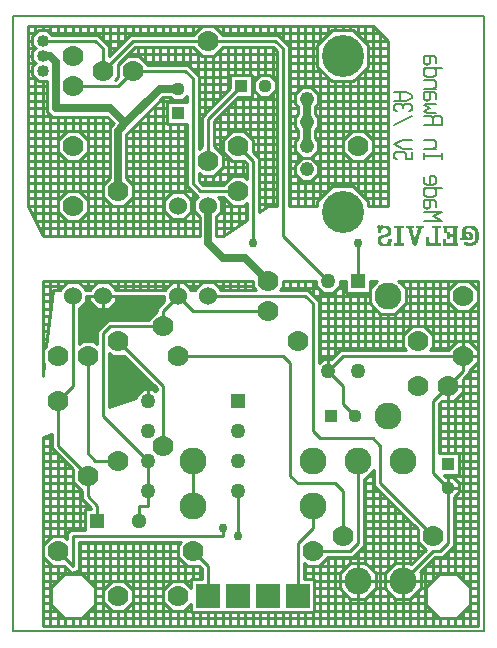
<source format=gbr>
G04 PROTEUS GERBER X2 FILE*
%TF.GenerationSoftware,Labcenter,Proteus,8.5-SP0-Build22067*%
%TF.CreationDate,2019-11-03T13:44:13+00:00*%
%TF.FileFunction,Copper,L16,Bot*%
%TF.FilePolarity,Positive*%
%TF.Part,Single*%
%FSLAX45Y45*%
%MOMM*%
G01*
%TA.AperFunction,Conductor*%
%ADD10C,0.254000*%
%ADD11C,0.635000*%
%TA.AperFunction,ViaPad*%
%ADD12C,0.762000*%
%TA.AperFunction,ComponentPad*%
%ADD13R,2.032000X2.032000*%
%TA.AperFunction,WasherPad*%
%ADD14R,1.280000X1.280000*%
%TA.AperFunction,ComponentPad*%
%ADD15C,1.280000*%
%TA.AperFunction,WasherPad*%
%ADD16C,1.219200*%
%ADD17C,3.556000*%
%TA.AperFunction,ComponentPad*%
%ADD18C,1.778000*%
%ADD19C,2.286000*%
%TA.AperFunction,WasherPad*%
%ADD70R,1.120000X1.120000*%
%TA.AperFunction,ComponentPad*%
%ADD71C,1.120000*%
%ADD21R,1.270000X1.270000*%
%ADD22C,1.270000*%
%ADD23C,1.016000*%
%ADD24C,1.524000*%
%TA.AperFunction,Profile*%
%ADD25C,0.203200*%
%TA.AperFunction,NonConductor*%
%ADD26C,0.203200*%
%ADD27C,0.063500*%
G36*
X-622299Y+211541D02*
X-685799Y+148041D01*
X-685799Y+126999D01*
X-687605Y+126999D01*
X-761999Y+52605D01*
X-761999Y+50799D01*
X-1100541Y+50799D01*
X-1193799Y-42459D01*
X-1193799Y-150597D01*
X-1217395Y-127001D01*
X-1322605Y-127001D01*
X-1346201Y-150597D01*
X-1346201Y+143156D01*
X-1282701Y+206656D01*
X-1282701Y+254000D01*
X-1257299Y+254000D01*
X-1257299Y+206656D01*
X-1190344Y+139701D01*
X-1095656Y+139701D01*
X-1028701Y+206656D01*
X-1028701Y+254000D01*
X-622299Y+254000D01*
X-622299Y+211541D01*
G37*
G36*
X-1068605Y-253999D02*
X-963395Y-253999D01*
X-962118Y-252722D01*
X-685799Y-529041D01*
X-685799Y-544285D01*
X-702918Y-550399D01*
X-719916Y-533401D01*
X-804084Y-533401D01*
X-863599Y-592916D01*
X-863599Y-607785D01*
X-1092201Y-689429D01*
X-1092201Y-230403D01*
X-1068605Y-253999D01*
G37*
D10*
X+1016000Y-1143000D02*
X+1016000Y-1841500D01*
X+952500Y-1905000D01*
X+635000Y-1905000D01*
X-1270000Y-1270000D02*
X-1524000Y-1016000D01*
X-1524000Y-635000D01*
X-1397000Y-508000D01*
X-1397000Y+254000D01*
X-1191000Y-1651000D02*
X-1191000Y-1524000D01*
X-1270000Y-1445000D01*
X-1270000Y-1270000D01*
X-381000Y-1524000D02*
X-381000Y-1143000D01*
X+635000Y-1524000D02*
X+635000Y-1714500D01*
X+508000Y-1841500D01*
X+508000Y-2286000D01*
X-254000Y-2286000D02*
X-254000Y-2032000D01*
X-381000Y-1905000D01*
X-1270000Y-254000D02*
X-1270000Y-1079500D01*
X-1206500Y-1143000D01*
X-1016000Y-1143000D01*
X-1016000Y-127000D02*
X-635000Y-508000D01*
X-635000Y-1016000D01*
X+0Y-1778000D02*
X+0Y-1397000D01*
X+1651000Y-1778000D02*
X+1206500Y-1333500D01*
X+1206500Y-1016000D01*
X+1143000Y-952500D01*
X+698500Y-952500D01*
X+635000Y-889000D01*
X+635000Y+190500D01*
X+571500Y+254000D01*
X-254000Y+254000D01*
X-127000Y-1778000D02*
X-127000Y-1714500D01*
X-508000Y-1778000D02*
X-1397000Y-1778000D01*
X-1397000Y-2032000D01*
X-1524000Y-1905000D01*
X-127000Y-1778000D02*
X-508000Y-1778000D01*
X+889000Y-1778000D02*
X+889000Y-1397000D01*
X+825500Y-1333500D01*
X+508000Y-1333500D01*
X+444500Y-1270000D01*
X+444500Y-317500D01*
X+381000Y-254000D01*
X-508000Y-254000D01*
X+1016000Y+698500D02*
X+1016000Y+381000D01*
X+127000Y+698500D02*
X+127000Y+1397000D01*
X+0Y+1524000D01*
X-254000Y+2413000D02*
X+317500Y+2413000D01*
X+381000Y+2349500D01*
X+381000Y+762000D01*
X+762000Y+381000D01*
X-1143000Y+2159000D02*
X-889000Y+2413000D01*
X-254000Y+2413000D01*
X-1143000Y+2159000D02*
X-1143000Y+2349500D01*
X-1206500Y+2413000D01*
X-1651000Y+2413000D01*
X+27000Y+2032000D02*
X-254000Y+1751000D01*
X-254000Y+1397000D01*
X-889000Y+2159000D02*
X-444500Y+2159000D01*
X-381000Y+2095500D01*
X-381000Y+1206500D01*
X-317500Y+1143000D01*
X+0Y+1143000D01*
X-889000Y+2159000D02*
X-1016000Y+2032000D01*
X-1397000Y+2032000D01*
D11*
X-952500Y+1714500D02*
X-1079500Y+1841500D01*
X-1543050Y+1841500D01*
X-1543050Y+2235200D01*
X-1593850Y+2286000D01*
X-1651000Y+2286000D01*
X-254000Y+1016000D02*
X-254000Y+698500D01*
X-127000Y+571500D01*
X+63500Y+571500D01*
X+254000Y+381000D01*
X-508000Y+2005000D02*
X-662000Y+2005000D01*
X-952500Y+1714500D01*
X-1016000Y+1143000D02*
X-1016000Y+1651000D01*
X-952500Y+1714500D01*
X+581660Y+1924000D02*
X+581660Y+1724000D01*
X+581660Y+1723999D01*
X+581660Y+1524000D01*
D10*
X+1397000Y-2159000D02*
X+1651000Y-1905000D01*
X+1714500Y-1905000D01*
X+1778000Y-1841500D01*
X+1778000Y-1370000D01*
X-635000Y+0D02*
X-1079500Y+0D01*
X-1143000Y-63500D01*
X-1143000Y-762000D01*
X-762000Y-1143000D01*
X+1905000Y-254000D02*
X+889001Y-254000D01*
X+762000Y-381000D01*
X+762001Y-381000D01*
X+889000Y-507999D01*
X+889000Y-662000D01*
X+989000Y-762000D01*
X-762000Y-1397000D02*
X-762000Y-1524000D01*
X-841000Y-1524000D01*
X-841000Y-1651000D01*
X-635000Y+0D02*
X-635000Y+127000D01*
X-508000Y+254000D01*
X+1778000Y-1370000D02*
X+1651000Y-1243000D01*
X+1651000Y-635000D01*
X+1778000Y-508000D01*
X+254000Y+127000D02*
X-381000Y+127000D01*
X-508000Y+254000D01*
X-762000Y-1397000D02*
X-762000Y-1143000D01*
X+1905000Y-254000D02*
X+1905000Y-381000D01*
X+1778000Y-508000D01*
D12*
X+0Y-1778000D03*
X-127000Y-1714500D03*
X+1016000Y+698500D03*
X+127000Y+698500D03*
D10*
X-622299Y+211541D02*
X-685799Y+148041D01*
X-685799Y+126999D01*
X-687605Y+126999D01*
X-761999Y+52605D01*
X-761999Y+50799D01*
X-1100541Y+50799D01*
X-1193799Y-42459D01*
X-1193799Y-150597D01*
X-1217395Y-127001D01*
X-1322605Y-127001D01*
X-1346201Y-150597D01*
X-1346201Y+143156D01*
X-1282701Y+206656D01*
X-1282701Y+254000D01*
X-1257299Y+254000D01*
X-1257299Y+206656D01*
X-1190344Y+139701D01*
X-1095656Y+139701D01*
X-1028701Y+206656D01*
X-1028701Y+254000D01*
X-622299Y+254000D01*
X-622299Y+211541D01*
X-1068605Y-253999D02*
X-963395Y-253999D01*
X-962118Y-252722D01*
X-685799Y-529041D01*
X-685799Y-544285D01*
X-702918Y-550399D01*
X-719916Y-533401D01*
X-804084Y-533401D01*
X-863599Y-592916D01*
X-863599Y-607785D01*
X-1092201Y-689429D01*
X-1092201Y-230403D01*
X-1068605Y-253999D01*
X-762000Y-533401D02*
X-762000Y-635000D01*
X-1028701Y+254000D02*
X-1143000Y+254000D01*
X-1257299Y+254000D02*
X-1143000Y+254000D01*
X-1143000Y+139701D02*
X-1143000Y+254000D01*
X-1651000Y-428987D02*
X-1651000Y-428987D01*
X-1651000Y-365487D02*
X-1643944Y-365487D01*
X-1651000Y-301987D02*
X-1650999Y-301987D01*
X-1651000Y-238487D02*
X-1650999Y-238487D01*
X-1651000Y-174987D02*
X-1624591Y-174987D01*
X-1651000Y-111487D02*
X-1615722Y-111487D01*
X-1651000Y-47987D02*
X-1608666Y-47987D01*
X-1651000Y+15513D02*
X-1601611Y+15513D01*
X-1651000Y+79013D02*
X-1594555Y+79013D01*
X-1651000Y+142513D02*
X-1587499Y+142513D01*
X-1651000Y+206013D02*
X-1580444Y+206013D01*
X-1651000Y+269513D02*
X-1573388Y+269513D01*
X-1651000Y+333013D02*
X-1479630Y+333013D01*
X-1314370Y+333013D02*
X-1225630Y+333013D01*
X-1060370Y+333013D02*
X-590630Y+333013D01*
X-425370Y+333013D02*
X-336630Y+333013D01*
X-171370Y+333013D02*
X+127001Y+333013D01*
X-1651000Y+381000D02*
X+127001Y+381000D01*
X-1651000Y-428987D02*
X-1651000Y+381000D01*
X-1587500Y+142512D02*
X-1587500Y+381000D01*
X-1524000Y+304800D02*
X-1524000Y+381000D01*
X-1460500Y+352143D02*
X-1460500Y+381000D01*
X-1397000Y+368299D02*
X-1397000Y+381000D01*
X-1333500Y+352143D02*
X-1333500Y+381000D01*
X-1270000Y+304800D02*
X-1270000Y+381000D01*
X-1206500Y+352143D02*
X-1206500Y+381000D01*
X-1143000Y+368299D02*
X-1143000Y+381000D01*
X-1079500Y+352143D02*
X-1079500Y+381000D01*
X-1016000Y+304800D02*
X-1016000Y+381000D01*
X-952500Y+304800D02*
X-952500Y+381000D01*
X-889000Y+304800D02*
X-889000Y+381000D01*
X-825500Y+304800D02*
X-825500Y+381000D01*
X-762000Y+304800D02*
X-762000Y+381000D01*
X-698500Y+304800D02*
X-698500Y+381000D01*
X-635000Y+304800D02*
X-635000Y+381000D01*
X-571500Y+352143D02*
X-571500Y+381000D01*
X-508000Y+368299D02*
X-508000Y+381000D01*
X-444500Y+352143D02*
X-444500Y+381000D01*
X-381000Y+304800D02*
X-381000Y+381000D01*
X-317500Y+352143D02*
X-317500Y+381000D01*
X-254000Y+368299D02*
X-254000Y+381000D01*
X-190500Y+352143D02*
X-190500Y+381000D01*
X-127000Y+304800D02*
X-127000Y+381000D01*
X-63500Y+304799D02*
X-63500Y+381000D01*
X+0Y+304799D02*
X+0Y+381000D01*
X+63500Y+304799D02*
X+63500Y+381000D01*
X+127000Y+304799D02*
X+127000Y+381000D01*
X+150597Y+304799D02*
X+150597Y+304799D01*
X+127001Y+328395D02*
X+150597Y+304799D01*
X-95604Y+304799D01*
X-95604Y+304800D01*
X-143157Y+304800D01*
X-206656Y+368299D01*
X-301344Y+368299D01*
X-364843Y+304800D01*
X-397157Y+304800D01*
X-460656Y+368299D01*
X-555344Y+368299D01*
X-618843Y+304800D01*
X-1032157Y+304800D01*
X-1095656Y+368299D01*
X-1190344Y+368299D01*
X-1253843Y+304800D01*
X-1286157Y+304800D01*
X-1349656Y+368299D01*
X-1444344Y+368299D01*
X-1507843Y+304800D01*
X-1569468Y+304800D01*
X-1622551Y-172947D01*
X-1650999Y-201395D01*
X-1650999Y-306605D01*
X-1638762Y-318842D01*
X-1651000Y-428987D01*
X-1651000Y+381000D01*
X+127001Y+381000D01*
X+127001Y+328395D01*
X-1651000Y-2540000D02*
X+2032000Y-2540000D01*
X-1651000Y-2476500D02*
X+2032000Y-2476500D01*
X-1651000Y-2413000D02*
X-1536012Y-2413000D01*
X-1257988Y-2413000D02*
X-393699Y-2413000D01*
X+647699Y-2413000D02*
X+1638988Y-2413000D01*
X+1917012Y-2413000D02*
X+2032000Y-2413000D01*
X-1651000Y-2349500D02*
X-1585099Y-2349500D01*
X-1208901Y-2349500D02*
X-1132104Y-2349500D01*
X-899896Y-2349500D02*
X-624104Y-2349500D01*
X+647699Y-2349500D02*
X+1589901Y-2349500D01*
X+1966099Y-2349500D02*
X+2032000Y-2349500D01*
X-1651000Y-2286000D02*
X-1585099Y-2286000D01*
X-1208901Y-2286000D02*
X-1142999Y-2286000D01*
X-889001Y-2286000D02*
X-634999Y-2286000D01*
X+647699Y-2286000D02*
X+927475Y-2286000D01*
X+1104525Y-2286000D02*
X+1308475Y-2286000D01*
X+1485525Y-2286000D02*
X+1589901Y-2286000D01*
X+1966099Y-2286000D02*
X+2032000Y-2286000D01*
X-1651000Y-2222500D02*
X-1585099Y-2222500D01*
X-1208901Y-2222500D02*
X-1132104Y-2222500D01*
X-899896Y-2222500D02*
X-624104Y-2222500D01*
X+647699Y-2222500D02*
X+863975Y-2222500D01*
X+1168025Y-2222500D02*
X+1244975Y-2222500D01*
X+1549025Y-2222500D02*
X+1589901Y-2222500D01*
X+1966099Y-2222500D02*
X+2032000Y-2222500D01*
X-1651000Y-2159000D02*
X-1536012Y-2159000D01*
X-1257988Y-2159000D02*
X-393699Y-2159000D01*
X+647699Y-2159000D02*
X+863601Y-2159000D01*
X+1168399Y-2159000D02*
X+1244601Y-2159000D01*
X+1549399Y-2159000D02*
X+1638988Y-2159000D01*
X+1917012Y-2159000D02*
X+2032000Y-2159000D01*
X-1651000Y-2095500D02*
X-304799Y-2095500D01*
X+558799Y-2095500D02*
X+863975Y-2095500D01*
X+1168025Y-2095500D02*
X+1244975Y-2095500D01*
X+1549024Y-2095500D02*
X+2032000Y-2095500D01*
X-1651000Y-2032000D02*
X-1468840Y-2032000D01*
X-1346201Y-2032000D02*
X-325840Y-2032000D01*
X+558799Y-2032000D02*
X+927475Y-2032000D01*
X+1104525Y-2032000D02*
X+1308475Y-2032000D01*
X+1595840Y-2032000D02*
X+2032000Y-2032000D01*
X-1651000Y-1968500D02*
X-1640104Y-1968500D01*
X-1346201Y-1968500D02*
X-497104Y-1968500D01*
X+751104Y-1968500D02*
X+1515660Y-1968500D01*
X+1659340Y-1968500D02*
X+2032000Y-1968500D01*
X-1651000Y-1905000D02*
X-1650999Y-1905000D01*
X-1346201Y-1905000D02*
X-507999Y-1905000D01*
X+1024340Y-1905000D02*
X+1579160Y-1905000D01*
X+1786340Y-1905000D02*
X+2032000Y-1905000D01*
X-1651000Y-1841500D02*
X-1640104Y-1841500D01*
X-1346201Y-1841500D02*
X-497104Y-1841500D01*
X+1066799Y-1841500D02*
X+1534896Y-1841500D01*
X+1828799Y-1841500D02*
X+2032000Y-1841500D01*
X-1651000Y-1778000D02*
X-1447799Y-1778000D01*
X+1066799Y-1778000D02*
X+1524001Y-1778000D01*
X+1828799Y-1778000D02*
X+2032000Y-1778000D01*
X-1651000Y-1714500D02*
X-1293099Y-1714500D01*
X+1066799Y-1714500D02*
X+1515660Y-1714500D01*
X+1828799Y-1714500D02*
X+2032000Y-1714500D01*
X-1651000Y-1651000D02*
X-1293099Y-1651000D01*
X+1066799Y-1651000D02*
X+1452160Y-1651000D01*
X+1828799Y-1651000D02*
X+2032000Y-1651000D01*
X-1651000Y-1587500D02*
X-1293099Y-1587500D01*
X+1066799Y-1587500D02*
X+1388660Y-1587500D01*
X+1828799Y-1587500D02*
X+2032000Y-1587500D01*
X-1651000Y-1524000D02*
X-1262840Y-1524000D01*
X+1066799Y-1524000D02*
X+1325160Y-1524000D01*
X+1828799Y-1524000D02*
X+2032000Y-1524000D01*
X-1651000Y-1460500D02*
X-1320799Y-1460500D01*
X+1066799Y-1460500D02*
X+1261660Y-1460500D01*
X+1828799Y-1460500D02*
X+2032000Y-1460500D01*
X-1651000Y-1397000D02*
X-1320799Y-1397000D01*
X+1066799Y-1397000D02*
X+1198160Y-1397000D01*
X+1872099Y-1397000D02*
X+2032000Y-1397000D01*
X-1651000Y-1333500D02*
X-1386104Y-1333500D01*
X+1066799Y-1333500D02*
X+1155701Y-1333500D01*
X+1872099Y-1333500D02*
X+2032000Y-1333500D01*
X-1651000Y-1270000D02*
X-1396999Y-1270000D01*
X+1104525Y-1270000D02*
X+1155701Y-1270000D01*
X+1749840Y-1270000D02*
X+2032000Y-1270000D01*
X-1651000Y-1206500D02*
X-1405340Y-1206500D01*
X+1872099Y-1206500D02*
X+2032000Y-1206500D01*
X-1651000Y-1143000D02*
X-1468840Y-1143000D01*
X+1872099Y-1143000D02*
X+2032000Y-1143000D01*
X-1651000Y-1079500D02*
X-1532340Y-1079500D01*
X+1872099Y-1079500D02*
X+2032000Y-1079500D01*
X-1651000Y-1016000D02*
X-1574799Y-1016000D01*
X+1701799Y-1016000D02*
X+2032000Y-1016000D01*
X-1651000Y-952500D02*
X-1574799Y-952500D01*
X+1701799Y-952500D02*
X+2032000Y-952500D01*
X+1701799Y-889000D02*
X+2032000Y-889000D01*
X+1701799Y-825500D02*
X+2032000Y-825500D01*
X+1701799Y-762000D02*
X+2032000Y-762000D01*
X+1701799Y-698500D02*
X+2032000Y-698500D01*
X+1722840Y-635000D02*
X+2032000Y-635000D01*
X+1894104Y-571500D02*
X+2032000Y-571500D01*
X+1904999Y-508000D02*
X+2032000Y-508000D01*
X+1913340Y-444500D02*
X+2032000Y-444500D01*
X+1955799Y-381000D02*
X+2032000Y-381000D01*
X+2021104Y-317500D02*
X+2032000Y-317500D01*
X+685799Y-254000D02*
X+817160Y-254000D01*
X+2031999Y-254000D02*
X+2032000Y-254000D01*
X+685799Y-190500D02*
X+1407896Y-190500D01*
X+1640104Y-190500D02*
X+1788896Y-190500D01*
X+2021104Y-190500D02*
X+2032000Y-190500D01*
X+685799Y-127000D02*
X+1397001Y-127000D01*
X+1650999Y-127000D02*
X+2032000Y-127000D01*
X+685799Y-63500D02*
X+1407896Y-63500D01*
X+1640104Y-63500D02*
X+2032000Y-63500D01*
X+685799Y+0D02*
X+2032000Y+0D01*
X+685799Y+63500D02*
X+2032000Y+63500D01*
X+685799Y+127000D02*
X+1181475Y+127000D01*
X+1358525Y+127000D02*
X+2032000Y+127000D01*
X+685799Y+190500D02*
X+1117975Y+190500D01*
X+1422025Y+190500D02*
X+1788896Y+190500D01*
X+2021104Y+190500D02*
X+2032000Y+190500D01*
X+643340Y+254000D02*
X+1117601Y+254000D01*
X+1422399Y+254000D02*
X+1778001Y+254000D01*
X+2031999Y+254000D02*
X+2032000Y+254000D01*
X+370104Y+317500D02*
X+681817Y+317500D01*
X+842183Y+317500D02*
X+914401Y+317500D01*
X+1117599Y+317500D02*
X+1117975Y+317500D01*
X+1422025Y+317500D02*
X+1788896Y+317500D01*
X+2021104Y+317500D02*
X+2032000Y+317500D01*
X+380999Y+381000D02*
X+660401Y+381000D01*
X+863599Y+381000D02*
X+914401Y+381000D01*
X+1117599Y+381000D02*
X+1181475Y+381000D01*
X+1358525Y+381000D02*
X+2032000Y+381000D01*
X-1651000Y-2540000D02*
X-1651000Y-942942D01*
X-1587500Y-2540000D02*
X-1587500Y-2021104D01*
X-1587500Y-1788896D02*
X-1587500Y-920263D01*
X-1524000Y-2540000D02*
X-1524000Y-2425012D01*
X-1524000Y-2146988D02*
X-1524000Y-2031999D01*
X-1524000Y-1778001D02*
X-1524000Y-1087840D01*
X-1460500Y-2540000D02*
X-1460500Y-2474099D01*
X-1460500Y-2097901D02*
X-1460500Y-2040340D01*
X-1460500Y-1788896D02*
X-1460500Y-1151340D01*
X-1397000Y-2540000D02*
X-1397000Y-2474099D01*
X-1397000Y-2097901D02*
X-1397000Y-2086984D01*
X-1397000Y-1727201D02*
X-1397000Y-1214840D01*
X-1333500Y-2540000D02*
X-1333500Y-2474099D01*
X-1333500Y-2097901D02*
X-1333500Y-1828799D01*
X-1333500Y-1727201D02*
X-1333500Y-1386104D01*
X-1270000Y-2540000D02*
X-1270000Y-2425012D01*
X-1270000Y-2146988D02*
X-1270000Y-1828799D01*
X-1270000Y-1548901D02*
X-1270000Y-1516840D01*
X-1206500Y-2540000D02*
X-1206500Y-1828799D01*
X-1143000Y-2540000D02*
X-1143000Y-1828799D01*
X-1079500Y-2540000D02*
X-1079500Y-2402104D01*
X-1079500Y-2169896D02*
X-1079500Y-1828799D01*
X-1016000Y-2540000D02*
X-1016000Y-2412999D01*
X-1016000Y-2159001D02*
X-1016000Y-1828799D01*
X-952500Y-2540000D02*
X-952500Y-2402104D01*
X-952500Y-2169896D02*
X-952500Y-1828799D01*
X-889000Y-2540000D02*
X-889000Y-1828799D01*
X-825500Y-2540000D02*
X-825500Y-1828799D01*
X-762000Y-2540000D02*
X-762000Y-1828799D01*
X-698500Y-2540000D02*
X-698500Y-1828799D01*
X-635000Y-2540000D02*
X-635000Y-1828799D01*
X-571500Y-2540000D02*
X-571500Y-2402104D01*
X-571500Y-2169896D02*
X-571500Y-1828799D01*
X-508000Y-2540000D02*
X-508000Y-2412999D01*
X-508000Y-2159001D02*
X-508000Y-1828799D01*
X-444500Y-2540000D02*
X-444500Y-2402104D01*
X-444500Y-2169896D02*
X-444500Y-2021104D01*
X-381000Y-2540000D02*
X-381000Y-2425699D01*
X-381000Y-2146301D02*
X-381000Y-2031999D01*
X-317500Y-2540000D02*
X-317500Y-2425699D01*
X-317500Y-2146301D02*
X-317500Y-2040340D01*
X-254000Y-2540000D02*
X-254000Y-2425699D01*
X-190500Y-2540000D02*
X-190500Y-2425699D01*
X-127000Y-2540000D02*
X-127000Y-2425699D01*
X-63500Y-2540000D02*
X-63500Y-2425699D01*
X+0Y-2540000D02*
X+0Y-2425699D01*
X+63500Y-2540000D02*
X+63500Y-2425699D01*
X+127000Y-2540000D02*
X+127000Y-2425699D01*
X+190500Y-2540000D02*
X+190500Y-2425699D01*
X+254000Y-2540000D02*
X+254000Y-2425699D01*
X+317500Y-2540000D02*
X+317500Y-2425699D01*
X+381000Y-2540000D02*
X+381000Y-2425699D01*
X+381000Y+304799D02*
X+381000Y+381000D01*
X+444500Y-2540000D02*
X+444500Y-2425699D01*
X+444500Y+304799D02*
X+444500Y+381000D01*
X+508000Y-2540000D02*
X+508000Y-2425699D01*
X+508000Y+304799D02*
X+508000Y+381000D01*
X+571500Y-2540000D02*
X+571500Y-2425699D01*
X+571500Y-2146301D02*
X+571500Y-2021104D01*
X+571500Y+304799D02*
X+571500Y+381000D01*
X+635000Y-2540000D02*
X+635000Y-2425699D01*
X+635000Y-2146301D02*
X+635000Y-2031999D01*
X+635000Y+262340D02*
X+635000Y+381000D01*
X+698500Y-2540000D02*
X+698500Y-2021104D01*
X+698500Y-300817D02*
X+698500Y+300817D01*
X+762000Y-2540000D02*
X+762000Y-1955799D01*
X+762000Y-279401D02*
X+762000Y+279401D01*
X+825500Y-2540000D02*
X+825500Y-1955799D01*
X+825500Y-245660D02*
X+825500Y+300817D01*
X+889000Y-2540000D02*
X+889000Y-2247525D01*
X+889000Y-2070475D02*
X+889000Y-1955799D01*
X+889000Y-203201D02*
X+889000Y+381000D01*
X+952500Y-2540000D02*
X+952500Y-2311025D01*
X+952500Y-2006975D02*
X+952500Y-1955799D01*
X+952500Y-203201D02*
X+952500Y+279401D01*
X+1016000Y-2540000D02*
X+1016000Y-2311399D01*
X+1016000Y-2006601D02*
X+1016000Y-1913340D01*
X+1016000Y-203201D02*
X+1016000Y+279401D01*
X+1079500Y-2540000D02*
X+1079500Y-2311025D01*
X+1079500Y-2006975D02*
X+1079500Y-1295025D01*
X+1079500Y-203201D02*
X+1079500Y+279401D01*
X+1143000Y-2540000D02*
X+1143000Y-2247525D01*
X+1143000Y-2070475D02*
X+1143000Y-1231525D01*
X+1143000Y-203201D02*
X+1143000Y+165475D01*
X+1143000Y+342525D02*
X+1143000Y+381000D01*
X+1206500Y-2540000D02*
X+1206500Y-1405340D01*
X+1206500Y-203201D02*
X+1206500Y+101975D01*
X+1270000Y-2540000D02*
X+1270000Y-2247525D01*
X+1270000Y-2070475D02*
X+1270000Y-1468840D01*
X+1270000Y-203201D02*
X+1270000Y+101601D01*
X+1333500Y-2540000D02*
X+1333500Y-2311025D01*
X+1333500Y-2006975D02*
X+1333500Y-1532340D01*
X+1333500Y-203201D02*
X+1333500Y+101975D01*
X+1397000Y-2540000D02*
X+1397000Y-2311399D01*
X+1397000Y-2006601D02*
X+1397000Y-1595840D01*
X+1397000Y-203201D02*
X+1397000Y+165475D01*
X+1397000Y+342525D02*
X+1397000Y+381000D01*
X+1460500Y-2540000D02*
X+1460500Y-2311025D01*
X+1460500Y-2006975D02*
X+1460500Y-1659340D01*
X+1460500Y-10896D02*
X+1460500Y+381000D01*
X+1524000Y-2540000D02*
X+1524000Y-2247525D01*
X+1524000Y-1960160D02*
X+1524000Y-1722840D01*
X+1524000Y-1D02*
X+1524000Y+381000D01*
X+1587500Y-2540000D02*
X+1587500Y-2040340D01*
X+1587500Y-1896660D02*
X+1587500Y-1894104D01*
X+1587500Y-10896D02*
X+1587500Y+381000D01*
X+1651000Y-2540000D02*
X+1651000Y-2425012D01*
X+1651000Y-2146988D02*
X+1651000Y-1976840D01*
X+1651000Y-203201D02*
X+1651000Y+381000D01*
X+1714500Y-2540000D02*
X+1714500Y-2474099D01*
X+1714500Y-2097901D02*
X+1714500Y-1955799D01*
X+1714500Y-1075901D02*
X+1714500Y-643340D01*
X+1714500Y-203201D02*
X+1714500Y+381000D01*
X+1778000Y-2540000D02*
X+1778000Y-2474099D01*
X+1778000Y-2097901D02*
X+1778000Y-1913340D01*
X+1778000Y-1275901D02*
X+1778000Y-1264099D01*
X+1778000Y-1075901D02*
X+1778000Y-634999D01*
X+1778000Y-203201D02*
X+1778000Y+381000D01*
X+1841500Y-2540000D02*
X+1841500Y-2474099D01*
X+1841500Y-2097901D02*
X+1841500Y-1439576D01*
X+1841500Y-1300424D02*
X+1841500Y-1264099D01*
X+1841500Y-1075901D02*
X+1841500Y-624104D01*
X+1841500Y-137896D02*
X+1841500Y+137896D01*
X+1841500Y+370104D02*
X+1841500Y+381000D01*
X+1905000Y-2540000D02*
X+1905000Y-2425012D01*
X+1905000Y-2146988D02*
X+1905000Y-452840D01*
X+1905000Y-127001D02*
X+1905000Y+127001D01*
X+1905000Y+380999D02*
X+1905000Y+381000D01*
X+1968500Y-2540000D02*
X+1968500Y-370104D01*
X+1968500Y-137896D02*
X+1968500Y+137896D01*
X+1968500Y+370104D02*
X+1968500Y+381000D01*
X+2032000Y-2540000D02*
X+2032000Y+381000D01*
X+2032000Y-2540000D02*
X-1651000Y-2540000D01*
X-1651000Y-942942D01*
X-1574799Y-915728D01*
X-1574799Y-1037041D01*
X-1395722Y-1216118D01*
X-1396999Y-1217395D01*
X-1396999Y-1322605D01*
X-1322605Y-1396999D01*
X-1320799Y-1396999D01*
X-1320799Y-1466041D01*
X-1241799Y-1545041D01*
X-1241799Y-1548901D01*
X-1293099Y-1548901D01*
X-1293099Y-1727201D01*
X-1418041Y-1727201D01*
X-1447799Y-1756959D01*
X-1447799Y-1801597D01*
X-1471395Y-1778001D01*
X-1576605Y-1778001D01*
X-1650999Y-1852395D01*
X-1650999Y-1957605D01*
X-1576605Y-2031999D01*
X-1471395Y-2031999D01*
X-1470118Y-2030722D01*
X-1408919Y-2091921D01*
X-1346201Y-2065943D01*
X-1346201Y-1828799D01*
X-484403Y-1828799D01*
X-507999Y-1852395D01*
X-507999Y-1957605D01*
X-433605Y-2031999D01*
X-328395Y-2031999D01*
X-327118Y-2030722D01*
X-304799Y-2053041D01*
X-304799Y-2146301D01*
X-393699Y-2146301D01*
X-393699Y-2220697D01*
X-455395Y-2159001D01*
X-560605Y-2159001D01*
X-634999Y-2233395D01*
X-634999Y-2338605D01*
X-560605Y-2412999D01*
X-455395Y-2412999D01*
X-393699Y-2351303D01*
X-393699Y-2425699D01*
X+647699Y-2425699D01*
X+647699Y-2146301D01*
X+558799Y-2146301D01*
X+558799Y-2008403D01*
X+582395Y-2031999D01*
X+687605Y-2031999D01*
X+761999Y-1957605D01*
X+761999Y-1955799D01*
X+973541Y-1955799D01*
X+1066799Y-1862541D01*
X+1066799Y-1295399D01*
X+1079126Y-1295399D01*
X+1155701Y-1218824D01*
X+1155701Y-1354541D01*
X+1525278Y-1724118D01*
X+1524001Y-1725395D01*
X+1524001Y-1830605D01*
X+1588778Y-1895382D01*
X+1468842Y-2015318D01*
X+1460126Y-2006601D01*
X+1333874Y-2006601D01*
X+1244601Y-2095874D01*
X+1244601Y-2222126D01*
X+1333874Y-2311399D01*
X+1460126Y-2311399D01*
X+1549399Y-2222126D01*
X+1549399Y-2095874D01*
X+1540682Y-2087158D01*
X+1672041Y-1955799D01*
X+1735541Y-1955799D01*
X+1828799Y-1862541D01*
X+1828799Y-1452277D01*
X+1872099Y-1408977D01*
X+1872099Y-1331023D01*
X+1816977Y-1275901D01*
X+1755741Y-1275901D01*
X+1743939Y-1264099D01*
X+1872099Y-1264099D01*
X+1872099Y-1075901D01*
X+1701799Y-1075901D01*
X+1701799Y-656041D01*
X+1724118Y-633722D01*
X+1725395Y-634999D01*
X+1830605Y-634999D01*
X+1904999Y-560605D01*
X+1904999Y-455395D01*
X+1903722Y-454118D01*
X+1955799Y-402041D01*
X+1955799Y-380999D01*
X+1957605Y-380999D01*
X+2031999Y-306605D01*
X+2031999Y-201395D01*
X+1957605Y-127001D01*
X+1852395Y-127001D01*
X+1778001Y-201395D01*
X+1778001Y-203201D01*
X+1627403Y-203201D01*
X+1650999Y-179605D01*
X+1650999Y-74395D01*
X+1576605Y-1D01*
X+1471395Y-1D01*
X+1397001Y-74395D01*
X+1397001Y-179605D01*
X+1420597Y-203201D01*
X+867960Y-203201D01*
X+791759Y-279401D01*
X+719916Y-279401D01*
X+685799Y-313518D01*
X+685799Y+211541D01*
X+592541Y+304799D01*
X+357403Y+304799D01*
X+380999Y+328395D01*
X+380999Y+381000D01*
X+660401Y+381000D01*
X+660401Y+338916D01*
X+719916Y+279401D01*
X+804084Y+279401D01*
X+863599Y+338916D01*
X+863599Y+381000D01*
X+914401Y+381000D01*
X+914401Y+279401D01*
X+1117599Y+279401D01*
X+1117599Y+381000D01*
X+1181475Y+381000D01*
X+1117601Y+317126D01*
X+1117601Y+190874D01*
X+1206874Y+101601D01*
X+1333126Y+101601D01*
X+1422399Y+190874D01*
X+1422399Y+317126D01*
X+1358525Y+381000D01*
X+2032000Y+381000D01*
X+2032000Y-2540000D01*
X+1589901Y-2363913D02*
X+1589901Y-2208087D01*
X+1700087Y-2097901D01*
X+1855913Y-2097901D01*
X+1966099Y-2208087D01*
X+1966099Y-2363913D01*
X+1855913Y-2474099D01*
X+1700087Y-2474099D01*
X+1589901Y-2363913D01*
X-1585099Y-2363913D02*
X-1585099Y-2208087D01*
X-1474913Y-2097901D01*
X-1319087Y-2097901D01*
X-1208901Y-2208087D01*
X-1208901Y-2363913D01*
X-1319087Y-2474099D01*
X-1474913Y-2474099D01*
X-1585099Y-2363913D01*
X+952874Y-2006601D02*
X+1079126Y-2006601D01*
X+1168399Y-2095874D01*
X+1168399Y-2222126D01*
X+1079126Y-2311399D01*
X+952874Y-2311399D01*
X+863601Y-2222126D01*
X+863601Y-2095874D01*
X+952874Y-2006601D01*
X+1957605Y+127001D02*
X+1852395Y+127001D01*
X+1778001Y+201395D01*
X+1778001Y+306605D01*
X+1852395Y+380999D01*
X+1957605Y+380999D01*
X+2031999Y+306605D01*
X+2031999Y+201395D01*
X+1957605Y+127001D01*
X-1142999Y-2338605D02*
X-1142999Y-2233395D01*
X-1068605Y-2159001D01*
X-963395Y-2159001D01*
X-889001Y-2233395D01*
X-889001Y-2338605D01*
X-963395Y-2412999D01*
X-1068605Y-2412999D01*
X-1142999Y-2338605D01*
X+1016000Y-2006601D02*
X+1016000Y-2159000D01*
X+1016000Y-2311399D02*
X+1016000Y-2159000D01*
X+863601Y-2159000D02*
X+1016000Y-2159000D01*
X+1168399Y-2159000D02*
X+1016000Y-2159000D01*
X+1397000Y-2006601D02*
X+1397000Y-2159000D01*
X+1397000Y-2311399D02*
X+1397000Y-2159000D01*
X+1244601Y-2159000D02*
X+1397000Y-2159000D01*
X+1549399Y-2159000D02*
X+1397000Y-2159000D01*
X+1905000Y-127001D02*
X+1905000Y-254000D01*
X+2031999Y-254000D02*
X+1905000Y-254000D01*
X+1778000Y-1275901D02*
X+1778000Y-1370000D01*
X+1872099Y-1370000D02*
X+1778000Y-1370000D01*
X+1904999Y-508000D02*
X+1778000Y-508000D01*
X+1778000Y-634999D02*
X+1778000Y-508000D01*
X+762000Y-279401D02*
X+762000Y-381000D01*
X-508000Y+368299D02*
X-508000Y+254000D01*
X+177799Y+965199D02*
X+177799Y+965199D01*
X+177799Y+1028699D02*
X+330201Y+1028699D01*
X+177799Y+1092199D02*
X+330201Y+1092199D01*
X+177799Y+1155699D02*
X+330201Y+1155699D01*
X-321859Y+1219199D02*
X-103405Y+1219199D01*
X+177799Y+1219199D02*
X+330201Y+1219199D01*
X-330201Y+1282699D02*
X-319303Y+1282699D01*
X-188697Y+1282699D02*
X+76201Y+1282699D01*
X+177799Y+1282699D02*
X+330201Y+1282699D01*
X-127001Y+1346199D02*
X+76201Y+1346199D01*
X+177799Y+1346199D02*
X+330201Y+1346199D01*
X-127001Y+1409699D02*
X-65303Y+1409699D01*
X+177799Y+1409699D02*
X+330201Y+1409699D01*
X-150595Y+1473199D02*
X-126999Y+1473199D01*
X+126999Y+1473199D02*
X+330201Y+1473199D01*
X-330201Y+1536699D02*
X-304799Y+1536699D01*
X-203201Y+1536699D02*
X-126999Y+1536699D01*
X+126999Y+1536699D02*
X+330201Y+1536699D01*
X-330201Y+1600199D02*
X-304799Y+1600199D01*
X-203201Y+1600199D02*
X-103405Y+1600199D01*
X+103405Y+1600199D02*
X+330201Y+1600199D01*
X-330201Y+1663699D02*
X-304799Y+1663699D01*
X-203201Y+1663699D02*
X+330201Y+1663699D01*
X-330201Y+1727199D02*
X-304799Y+1727199D01*
X-203201Y+1727199D02*
X+330201Y+1727199D01*
X-330201Y+1790699D02*
X-286141Y+1790699D01*
X-142461Y+1790699D02*
X+330201Y+1790699D01*
X-330201Y+1854199D02*
X-222641Y+1854199D01*
X-78961Y+1854199D02*
X+330201Y+1854199D01*
X-330201Y+1917699D02*
X-159141Y+1917699D01*
X-15461Y+1917699D02*
X+330201Y+1917699D01*
X-330201Y+1981199D02*
X-95641Y+1981199D01*
X+121099Y+1981199D02*
X+144725Y+1981199D01*
X+309275Y+1981199D02*
X+330201Y+1981199D01*
X-330201Y+2044699D02*
X-67099Y+2044699D01*
X+121099Y+2044699D02*
X+132901Y+2044699D01*
X+321099Y+2044699D02*
X+330201Y+2044699D01*
X-1016001Y+2108199D02*
X-1015999Y+2108199D01*
X-330201Y+2108199D02*
X-67099Y+2108199D01*
X+121099Y+2108199D02*
X+170123Y+2108199D01*
X+283877Y+2108199D02*
X+330201Y+2108199D01*
X-1016001Y+2171699D02*
X-1015999Y+2171699D01*
X-385359Y+2171699D02*
X+330201Y+2171699D01*
X-994961Y+2235199D02*
X-992405Y+2235199D01*
X-785595Y+2235199D02*
X+330201Y+2235199D01*
X-931461Y+2298699D02*
X-319303Y+2298699D01*
X-188697Y+2298699D02*
X+330201Y+2298699D01*
X-867961Y+2362199D02*
X-380999Y+2362199D01*
X-127001Y+2362199D02*
X+296461Y+2362199D01*
X-867959Y+2362201D02*
X-380999Y+2362201D01*
X-127001Y+2362201D02*
X+296459Y+2362201D01*
X-1039597Y+2082799D02*
X-1039597Y+2082799D01*
X-976097Y+2251507D02*
X-976097Y+2254063D01*
X-912597Y+2285999D02*
X-912597Y+2317563D01*
X-849097Y+2285999D02*
X-849097Y+2362201D01*
X-785597Y+2235201D02*
X-785597Y+2362201D01*
X-722097Y+2209799D02*
X-722097Y+2362201D01*
X-658597Y+2209799D02*
X-658597Y+2362201D01*
X-595097Y+2209799D02*
X-595097Y+2362201D01*
X-531597Y+2209799D02*
X-531597Y+2362201D01*
X-468097Y+2209799D02*
X-468097Y+2362201D01*
X-404597Y+2190937D02*
X-404597Y+2362201D01*
X-341097Y+2127437D02*
X-341097Y+2320493D01*
X-277597Y+1193799D02*
X-277597Y+1270001D01*
X-277597Y+1799243D02*
X-277597Y+2286001D01*
X-214097Y+1193799D02*
X-214097Y+1270001D01*
X-214097Y+1862743D02*
X-214097Y+2286001D01*
X-150597Y+1193799D02*
X-150597Y+1320799D01*
X-150597Y+1473201D02*
X-150597Y+1782563D01*
X-150597Y+1926243D02*
X-150597Y+2336799D01*
X-87097Y+1235507D02*
X-87097Y+1431493D01*
X-87097Y+1616507D02*
X-87097Y+1846063D01*
X-87097Y+1989743D02*
X-87097Y+2362201D01*
X-23597Y+1269999D02*
X-23597Y+1397001D01*
X-23597Y+1650999D02*
X-23597Y+1909563D01*
X-23597Y+2126099D02*
X-23597Y+2362201D01*
X+39903Y+1269999D02*
X+39903Y+1397001D01*
X+39903Y+1650999D02*
X+39903Y+1937901D01*
X+39903Y+2126099D02*
X+39903Y+2362201D01*
X+103403Y+1600201D02*
X+103403Y+1937901D01*
X+103403Y+2126099D02*
X+103403Y+2362201D01*
X+166903Y+1428937D02*
X+166903Y+1959021D01*
X+166903Y+2104979D02*
X+166903Y+2362201D01*
X+230403Y+1000268D02*
X+230403Y+1937901D01*
X+230403Y+2126099D02*
X+230403Y+2362201D01*
X+293903Y+1016000D02*
X+293903Y+1965827D01*
X+293903Y+2098173D02*
X+293903Y+2362201D01*
X+330201Y+1016000D02*
X+330201Y+2328459D01*
X+330201Y+1016000D01*
X+254000Y+1016000D01*
X+177799Y+965199D01*
X+177799Y+1418041D01*
X+125722Y+1470118D01*
X+126999Y+1471395D01*
X+126999Y+1576605D01*
X+52605Y+1650999D01*
X-52605Y+1650999D01*
X-126999Y+1576605D01*
X-126999Y+1471395D01*
X-52605Y+1397001D01*
X+52605Y+1397001D01*
X+53882Y+1398278D01*
X+76201Y+1375959D01*
X+76201Y+1246403D01*
X+52605Y+1269999D01*
X-52605Y+1269999D01*
X-126999Y+1195605D01*
X-126999Y+1193799D01*
X-296459Y+1193799D01*
X-330201Y+1227541D01*
X-330201Y+1293597D01*
X-306605Y+1270001D01*
X-201395Y+1270001D01*
X-127001Y+1344395D01*
X-127001Y+1449605D01*
X-201395Y+1523999D01*
X-203201Y+1523999D01*
X-203201Y+1729959D01*
X+4741Y+1937901D01*
X+121099Y+1937901D01*
X+121099Y+2126099D01*
X-67099Y+2126099D01*
X-67099Y+2009741D01*
X-304799Y+1772041D01*
X-304799Y+1523999D01*
X-306605Y+1523999D01*
X-330201Y+1500403D01*
X-330201Y+2116541D01*
X-423459Y+2209799D01*
X-762001Y+2209799D01*
X-762001Y+2211605D01*
X-836395Y+2285999D01*
X-941605Y+2285999D01*
X-1015999Y+2211605D01*
X-1015999Y+2106395D01*
X-1014722Y+2105118D01*
X-1037041Y+2082799D01*
X-1039597Y+2082799D01*
X-1016001Y+2106395D01*
X-1016001Y+2211605D01*
X-1017278Y+2212882D01*
X-867959Y+2362201D01*
X-380999Y+2362201D01*
X-380999Y+2360395D01*
X-306605Y+2286001D01*
X-201395Y+2286001D01*
X-127001Y+2360395D01*
X-127001Y+2362201D01*
X+296459Y+2362201D01*
X+330201Y+2328459D01*
X+132901Y+1993023D02*
X+132901Y+2070977D01*
X+188023Y+2126099D01*
X+265977Y+2126099D01*
X+321099Y+2070977D01*
X+321099Y+1993023D01*
X+265977Y+1937901D01*
X+188023Y+1937901D01*
X+132901Y+1993023D01*
X-1651000Y+762000D02*
X-323849Y+762000D01*
X-1682750Y+825500D02*
X-323849Y+825500D01*
X-1714500Y+889000D02*
X-323849Y+889000D01*
X-1746250Y+952500D02*
X-1513104Y+952500D01*
X-1280896Y+952500D02*
X-606143Y+952500D01*
X-409857Y+952500D02*
X-352143Y+952500D01*
X-1778000Y+1016000D02*
X-1523999Y+1016000D01*
X-1270001Y+1016000D02*
X-622299Y+1016000D01*
X-393701Y+1016000D02*
X-368299Y+1016000D01*
X+431799Y+1016000D02*
X+673101Y+1016000D01*
X+1104899Y+1016000D02*
X+1270000Y+1016000D01*
X-1778000Y+1079500D02*
X-1513104Y+1079500D01*
X-1280896Y+1079500D02*
X-1132104Y+1079500D01*
X-899896Y+1079500D02*
X-606143Y+1079500D01*
X-409857Y+1079500D02*
X-352143Y+1079500D01*
X+431799Y+1079500D02*
X+699573Y+1079500D01*
X+1078427Y+1079500D02*
X+1270000Y+1079500D01*
X-1778000Y+1143000D02*
X-1142999Y+1143000D01*
X-889001Y+1143000D02*
X-389340Y+1143000D01*
X+431799Y+1143000D02*
X+763073Y+1143000D01*
X+1014927Y+1143000D02*
X+1270000Y+1143000D01*
X-1778000Y+1206500D02*
X-1132104Y+1206500D01*
X-899896Y+1206500D02*
X-431799Y+1206500D01*
X+431799Y+1206500D02*
X+1270000Y+1206500D01*
X-1778000Y+1270000D02*
X-1085849Y+1270000D01*
X-946151Y+1270000D02*
X-431799Y+1270000D01*
X+431799Y+1270000D02*
X+495569Y+1270000D01*
X+667751Y+1270000D02*
X+1270000Y+1270000D01*
X-1778000Y+1333500D02*
X-1085849Y+1333500D01*
X-946151Y+1333500D02*
X-431799Y+1333500D01*
X+431799Y+1333500D02*
X+482601Y+1333500D01*
X+680719Y+1333500D02*
X+1270000Y+1333500D01*
X-1778000Y+1397000D02*
X-1085849Y+1397000D01*
X-946151Y+1397000D02*
X-431799Y+1397000D01*
X+431799Y+1397000D02*
X+514569Y+1397000D01*
X+648751Y+1397000D02*
X+1270000Y+1397000D01*
X-1778000Y+1460500D02*
X-1513104Y+1460500D01*
X-1280896Y+1460500D02*
X-1085849Y+1460500D01*
X-946151Y+1460500D02*
X-431799Y+1460500D01*
X+431799Y+1460500D02*
X+505069Y+1460500D01*
X+658251Y+1460500D02*
X+899896Y+1460500D01*
X+1132104Y+1460500D02*
X+1270000Y+1460500D01*
X-1778000Y+1524000D02*
X-1523999Y+1524000D01*
X-1270001Y+1524000D02*
X-1085849Y+1524000D01*
X-946151Y+1524000D02*
X-431799Y+1524000D01*
X+431799Y+1524000D02*
X+482601Y+1524000D01*
X+680719Y+1524000D02*
X+889001Y+1524000D01*
X+1142999Y+1524000D02*
X+1270000Y+1524000D01*
X-1778000Y+1587500D02*
X-1513104Y+1587500D01*
X-1280896Y+1587500D02*
X-1085849Y+1587500D01*
X-946151Y+1587500D02*
X-431799Y+1587500D01*
X+431799Y+1587500D02*
X+505069Y+1587500D01*
X+658251Y+1587500D02*
X+899896Y+1587500D01*
X+1132104Y+1587500D02*
X+1270000Y+1587500D01*
X-1778000Y+1651000D02*
X-1085849Y+1651000D01*
X-917218Y+1651000D02*
X-431799Y+1651000D01*
X+431799Y+1651000D02*
X+511811Y+1651000D01*
X+651509Y+1651000D02*
X+1270000Y+1651000D01*
X-1778000Y+1714500D02*
X-1051282Y+1714500D01*
X-853720Y+1714500D02*
X-602099Y+1714500D01*
X+431799Y+1714500D02*
X+482601Y+1714500D01*
X+680719Y+1714500D02*
X+1270000Y+1714500D01*
X-1778000Y+1778000D02*
X-1578330Y+1778000D01*
X-790220Y+1778000D02*
X-602099Y+1778000D01*
X+431799Y+1778000D02*
X+495569Y+1778000D01*
X+667751Y+1778000D02*
X+1270000Y+1778000D01*
X-1778000Y+1841500D02*
X-1612899Y+1841500D01*
X-726720Y+1841500D02*
X-602099Y+1841500D01*
X+431799Y+1841500D02*
X+511811Y+1841500D01*
X+651509Y+1841500D02*
X+1270000Y+1841500D01*
X-1778000Y+1905000D02*
X-1612899Y+1905000D01*
X-663220Y+1905000D02*
X-431799Y+1905000D01*
X+431799Y+1905000D02*
X+482601Y+1905000D01*
X+680719Y+1905000D02*
X+1270000Y+1905000D01*
X-1778000Y+1968500D02*
X-1612899Y+1968500D01*
X+431799Y+1968500D02*
X+486069Y+1968500D01*
X+677251Y+1968500D02*
X+1270000Y+1968500D01*
X-1778000Y+2032000D02*
X-1612899Y+2032000D01*
X+431799Y+2032000D02*
X+1270000Y+2032000D01*
X-1778000Y+2095500D02*
X-1713222Y+2095500D01*
X+431799Y+2095500D02*
X+772573Y+2095500D01*
X+1005427Y+2095500D02*
X+1270000Y+2095500D01*
X-1778000Y+2159000D02*
X-1739899Y+2159000D01*
X+431799Y+2159000D02*
X+709073Y+2159000D01*
X+1068927Y+2159000D02*
X+1270000Y+2159000D01*
X-1778000Y+2222500D02*
X-1713222Y+2222500D01*
X+431799Y+2222500D02*
X+673101Y+2222500D01*
X+1104899Y+2222500D02*
X+1270000Y+2222500D01*
X-1778000Y+2286000D02*
X-1739899Y+2286000D01*
X-1092201Y+2286000D02*
X-1087840Y+2286000D01*
X+431799Y+2286000D02*
X+673101Y+2286000D01*
X+1104899Y+2286000D02*
X+1270000Y+2286000D01*
X-1778000Y+2349500D02*
X-1713222Y+2349500D01*
X-1092201Y+2349500D02*
X-1024340Y+2349500D01*
X+431799Y+2349500D02*
X+673101Y+2349500D01*
X+1104899Y+2349500D02*
X+1270000Y+2349500D01*
X-1778000Y+2413000D02*
X-1739899Y+2413000D01*
X-1134660Y+2413000D02*
X-960840Y+2413000D01*
X+389340Y+2413000D02*
X+712273Y+2413000D01*
X+1065727Y+2413000D02*
X+1270000Y+2413000D01*
X-1778000Y+2476500D02*
X-1713222Y+2476500D01*
X-1588778Y+2476500D02*
X-370104Y+2476500D01*
X-137896Y+2476500D02*
X+775773Y+2476500D01*
X+1002227Y+2476500D02*
X+1206500Y+2476500D01*
X-1778000Y+2540000D02*
X+1143000Y+2540000D01*
X-1778000Y+1016000D02*
X-1778000Y+2540000D01*
X-1714500Y+889000D02*
X-1714500Y+2096778D01*
X-1714500Y+2221222D02*
X-1714500Y+2223778D01*
X-1714500Y+2348222D02*
X-1714500Y+2350778D01*
X-1714500Y+2475222D02*
X-1714500Y+2540000D01*
X-1651000Y+762000D02*
X-1651000Y+2070101D01*
X-1651000Y+2501899D02*
X-1651000Y+2540000D01*
X-1587500Y+762000D02*
X-1587500Y+1787170D01*
X-1587500Y+2475222D02*
X-1587500Y+2540000D01*
X-1524000Y+762000D02*
X-1524000Y+1771651D01*
X-1524000Y+2463799D02*
X-1524000Y+2540000D01*
X-1460500Y+762000D02*
X-1460500Y+899896D01*
X-1460500Y+1132104D02*
X-1460500Y+1407896D01*
X-1460500Y+1640104D02*
X-1460500Y+1771651D01*
X-1460500Y+2463799D02*
X-1460500Y+2540000D01*
X-1397000Y+762000D02*
X-1397000Y+889001D01*
X-1397000Y+1142999D02*
X-1397000Y+1397001D01*
X-1397000Y+1650999D02*
X-1397000Y+1771651D01*
X-1397000Y+2463799D02*
X-1397000Y+2540000D01*
X-1333500Y+762000D02*
X-1333500Y+899896D01*
X-1333500Y+1132104D02*
X-1333500Y+1407896D01*
X-1333500Y+1640104D02*
X-1333500Y+1771651D01*
X-1333500Y+2463799D02*
X-1333500Y+2540000D01*
X-1270000Y+762000D02*
X-1270000Y+1771651D01*
X-1270000Y+2463799D02*
X-1270000Y+2540000D01*
X-1206500Y+762000D02*
X-1206500Y+1771651D01*
X-1206500Y+2463799D02*
X-1206500Y+2540000D01*
X-1143000Y+762000D02*
X-1143000Y+1771651D01*
X-1143000Y+2421340D02*
X-1143000Y+2540000D01*
X-1079500Y+762000D02*
X-1079500Y+1026896D01*
X-1079500Y+1686282D02*
X-1079500Y+1742720D01*
X-1079500Y+2294340D02*
X-1079500Y+2540000D01*
X-1016000Y+762000D02*
X-1016000Y+1016001D01*
X-1016000Y+2357840D02*
X-1016000Y+2540000D01*
X-952500Y+762000D02*
X-952500Y+1026896D01*
X-952500Y+2421340D02*
X-952500Y+2540000D01*
X-889000Y+762000D02*
X-889000Y+1679219D01*
X-889000Y+2463799D02*
X-889000Y+2540000D01*
X-825500Y+762000D02*
X-825500Y+1742720D01*
X-825500Y+2463799D02*
X-825500Y+2540000D01*
X-762000Y+762000D02*
X-762000Y+1806220D01*
X-762000Y+2463799D02*
X-762000Y+2540000D01*
X-698500Y+762000D02*
X-698500Y+1869720D01*
X-698500Y+2463799D02*
X-698500Y+2540000D01*
X-635000Y+762000D02*
X-635000Y+1933220D01*
X-635000Y+2463799D02*
X-635000Y+2540000D01*
X-571500Y+762000D02*
X-571500Y+917857D01*
X-571500Y+1114143D02*
X-571500Y+1710901D01*
X-571500Y+1899099D02*
X-571500Y+1935151D01*
X-571500Y+2463799D02*
X-571500Y+2540000D01*
X-508000Y+762000D02*
X-508000Y+901701D01*
X-508000Y+1130299D02*
X-508000Y+1710901D01*
X-508000Y+1899099D02*
X-508000Y+1910901D01*
X-508000Y+2463799D02*
X-508000Y+2540000D01*
X-444500Y+762000D02*
X-444500Y+917857D01*
X-444500Y+1114143D02*
X-444500Y+1710901D01*
X-444500Y+1899099D02*
X-444500Y+1935424D01*
X-444500Y+2463799D02*
X-444500Y+2540000D01*
X-381000Y+762000D02*
X-381000Y+1134660D01*
X-381000Y+2463799D02*
X-381000Y+2540000D01*
X-317500Y+2529104D02*
X-317500Y+2540000D01*
X-254000Y+2539999D02*
X-254000Y+2540000D01*
X-190500Y+2529104D02*
X-190500Y+2540000D01*
X-127000Y+2463799D02*
X-127000Y+2540000D01*
X-63500Y+2463799D02*
X-63500Y+2540000D01*
X+0Y+2463799D02*
X+0Y+2540000D01*
X+63500Y+2463799D02*
X+63500Y+2540000D01*
X+127000Y+2463799D02*
X+127000Y+2540000D01*
X+190500Y+2463799D02*
X+190500Y+2540000D01*
X+254000Y+2463799D02*
X+254000Y+2540000D01*
X+317500Y+2463799D02*
X+317500Y+2540000D01*
X+381000Y+2421340D02*
X+381000Y+2540000D01*
X+444500Y+1016000D02*
X+444500Y+2540000D01*
X+508000Y+1016000D02*
X+508000Y+1257569D01*
X+508000Y+1390431D02*
X+508000Y+1457569D01*
X+508000Y+1590431D02*
X+508000Y+1657569D01*
X+508000Y+1790431D02*
X+508000Y+1857569D01*
X+508000Y+1990431D02*
X+508000Y+2540000D01*
X+571500Y+1016000D02*
X+571500Y+1224941D01*
X+571500Y+1423059D02*
X+571500Y+1424941D01*
X+571500Y+2023059D02*
X+571500Y+2540000D01*
X+635000Y+1016000D02*
X+635000Y+1237249D01*
X+635000Y+1410751D02*
X+635000Y+1437249D01*
X+635000Y+2010751D02*
X+635000Y+2540000D01*
X+698500Y+1078427D02*
X+698500Y+2169573D01*
X+698500Y+2399227D02*
X+698500Y+2540000D01*
X+762000Y+1141927D02*
X+762000Y+2106073D01*
X+762000Y+2462727D02*
X+762000Y+2540000D01*
X+825500Y+1179499D02*
X+825500Y+2068501D01*
X+825500Y+2500299D02*
X+825500Y+2540000D01*
X+889000Y+1179499D02*
X+889000Y+2068501D01*
X+889000Y+2500299D02*
X+889000Y+2540000D01*
X+952500Y+1179499D02*
X+952500Y+1407896D01*
X+952500Y+1640104D02*
X+952500Y+2068501D01*
X+952500Y+2500299D02*
X+952500Y+2540000D01*
X+1016000Y+1141927D02*
X+1016000Y+1397001D01*
X+1016000Y+1650999D02*
X+1016000Y+2106073D01*
X+1016000Y+2462727D02*
X+1016000Y+2540000D01*
X+1079500Y+1078427D02*
X+1079500Y+1407896D01*
X+1079500Y+1640104D02*
X+1079500Y+2169573D01*
X+1079500Y+2399227D02*
X+1079500Y+2540000D01*
X+1143000Y+1016000D02*
X+1143000Y+2540000D01*
X+1206500Y+1016000D02*
X+1206500Y+2476500D01*
X+1270000Y+1016000D02*
X+1270000Y+2413000D01*
X+1270000Y+1016000D01*
X+1104899Y+1016000D01*
X+1104899Y+1053028D01*
X+978428Y+1179499D01*
X+799572Y+1179499D01*
X+673101Y+1053028D01*
X+673101Y+1016000D01*
X+431799Y+1016000D01*
X+431799Y+2370541D01*
X+338541Y+2463799D01*
X-127001Y+2463799D01*
X-127001Y+2465605D01*
X-201395Y+2539999D01*
X-306605Y+2539999D01*
X-380999Y+2465605D01*
X-380999Y+2463799D01*
X-910041Y+2463799D01*
X-1089118Y+2284722D01*
X-1090395Y+2285999D01*
X-1092201Y+2285999D01*
X-1092201Y+2370541D01*
X-1185459Y+2463799D01*
X-1576077Y+2463799D01*
X-1614177Y+2501899D01*
X-1687823Y+2501899D01*
X-1739899Y+2449823D01*
X-1739899Y+2376177D01*
X-1713222Y+2349500D01*
X-1739899Y+2322823D01*
X-1739899Y+2249177D01*
X-1713222Y+2222500D01*
X-1739899Y+2195823D01*
X-1739899Y+2122177D01*
X-1687823Y+2070101D01*
X-1614177Y+2070101D01*
X-1612899Y+2071379D01*
X-1612899Y+1812569D01*
X-1571981Y+1771651D01*
X-1108431Y+1771651D01*
X-1051281Y+1714501D01*
X-1085849Y+1679933D01*
X-1085849Y+1252755D01*
X-1142999Y+1195605D01*
X-1142999Y+1090395D01*
X-1068605Y+1016001D01*
X-963395Y+1016001D01*
X-889001Y+1090395D01*
X-889001Y+1195605D01*
X-946151Y+1252755D01*
X-946151Y+1622067D01*
X-882652Y+1685568D01*
X-633069Y+1935151D01*
X-571227Y+1935151D01*
X-546977Y+1910901D01*
X-469023Y+1910901D01*
X-431799Y+1948125D01*
X-431799Y+1899099D01*
X-602099Y+1899099D01*
X-602099Y+1710901D01*
X-431799Y+1710901D01*
X-431799Y+1185459D01*
X-338992Y+1092652D01*
X-368299Y+1063344D01*
X-368299Y+968656D01*
X-323849Y+924206D01*
X-323849Y+762000D01*
X-1651000Y+762000D01*
X-1778000Y+1016000D01*
X-1778000Y+2540000D01*
X+1143000Y+2540000D01*
X+1270000Y+2413000D01*
X+680719Y+1965032D02*
X+680719Y+1882968D01*
X+651509Y+1853758D01*
X+651509Y+1794242D01*
X+680719Y+1765032D01*
X+680719Y+1682968D01*
X+651509Y+1653758D01*
X+651509Y+1594242D01*
X+680719Y+1565032D01*
X+680719Y+1482968D01*
X+622692Y+1424941D01*
X+540628Y+1424941D01*
X+482601Y+1482968D01*
X+482601Y+1565032D01*
X+511811Y+1594242D01*
X+511811Y+1653758D01*
X+482601Y+1682968D01*
X+482601Y+1765032D01*
X+511811Y+1794242D01*
X+511811Y+1853758D01*
X+482601Y+1882968D01*
X+482601Y+1965032D01*
X+540628Y+2023059D01*
X+622692Y+2023059D01*
X+680719Y+1965032D01*
X+540628Y+1423059D02*
X+622692Y+1423059D01*
X+680719Y+1365032D01*
X+680719Y+1282968D01*
X+622692Y+1224941D01*
X+540628Y+1224941D01*
X+482601Y+1282968D01*
X+482601Y+1365032D01*
X+540628Y+1423059D01*
X+799572Y+2500299D02*
X+978428Y+2500299D01*
X+1104899Y+2373828D01*
X+1104899Y+2194972D01*
X+978428Y+2068501D01*
X+799572Y+2068501D01*
X+673101Y+2194972D01*
X+673101Y+2373828D01*
X+799572Y+2500299D01*
X-1344395Y+1397001D02*
X-1449605Y+1397001D01*
X-1523999Y+1471395D01*
X-1523999Y+1576605D01*
X-1449605Y+1650999D01*
X-1344395Y+1650999D01*
X-1270001Y+1576605D01*
X-1270001Y+1471395D01*
X-1344395Y+1397001D01*
X+889001Y+1471395D02*
X+889001Y+1576605D01*
X+963395Y+1650999D01*
X+1068605Y+1650999D01*
X+1142999Y+1576605D01*
X+1142999Y+1471395D01*
X+1068605Y+1397001D01*
X+963395Y+1397001D01*
X+889001Y+1471395D01*
X-1344395Y+889001D02*
X-1449605Y+889001D01*
X-1523999Y+963395D01*
X-1523999Y+1068605D01*
X-1449605Y+1142999D01*
X-1344395Y+1142999D01*
X-1270001Y+1068605D01*
X-1270001Y+963395D01*
X-1344395Y+889001D01*
X-622299Y+968656D02*
X-622299Y+1063344D01*
X-555344Y+1130299D01*
X-460656Y+1130299D01*
X-393701Y+1063344D01*
X-393701Y+968656D01*
X-460656Y+901701D01*
X-555344Y+901701D01*
X-622299Y+968656D01*
X-184151Y+762000D02*
X-127000Y+762000D01*
X-184151Y+825500D02*
X-31749Y+825500D01*
X-184151Y+889000D02*
X+63500Y+889000D01*
X-155857Y+952500D02*
X+76201Y+952500D01*
X-139701Y+1016000D02*
X+76201Y+1016000D01*
X-155857Y+1079500D02*
X-116104Y+1079500D01*
X-168558Y+1092201D02*
X-126999Y+1092201D01*
X-184151Y+762000D02*
X-184151Y+924206D01*
X-120651Y+766232D02*
X-120651Y+1084047D01*
X-57151Y+808565D02*
X-57151Y+1020547D01*
X+6349Y+850899D02*
X+6349Y+1016001D01*
X+69849Y+893232D02*
X+69849Y+1033245D01*
X+76201Y+897467D02*
X+76201Y+1039597D01*
X-126999Y+1090395D02*
X-52605Y+1016001D01*
X+52605Y+1016001D01*
X+76201Y+1039597D01*
X+76201Y+897467D01*
X-127000Y+762000D01*
X-184151Y+762000D01*
X-184151Y+924206D01*
X-139701Y+968656D01*
X-139701Y+1063344D01*
X-168558Y+1092201D01*
X-126999Y+1092201D01*
X-126999Y+1090395D01*
D13*
X-254000Y-2286000D03*
X+0Y-2286000D03*
X+254000Y-2286000D03*
X+508000Y-2286000D03*
D14*
X-1191000Y-1651000D03*
D15*
X-841000Y-1651000D03*
D16*
X+581660Y+1924000D03*
X+581660Y+1724000D03*
X+581660Y+1524000D03*
X+581660Y+1324000D03*
D17*
X+889000Y+2284400D03*
X+889000Y+963600D03*
D18*
X-381000Y-1905000D03*
X+635000Y-1905000D03*
D19*
X+635000Y-1143000D03*
X-381000Y-1143000D03*
X+635000Y-1524000D03*
X-381000Y-1524000D03*
X+1016000Y-2159000D03*
X+1016000Y-1143000D03*
X+1397000Y-2159000D03*
X+1397000Y-1143000D03*
D18*
X-1270000Y-254000D03*
X-1270000Y-1270000D03*
X-1016000Y-127000D03*
X-1016000Y-1143000D03*
X-635000Y+0D03*
X-635000Y-1016000D03*
X+1905000Y-254000D03*
X+1905000Y+254000D03*
X-1016000Y-2286000D03*
X-508000Y-2286000D03*
D70*
X+1778000Y-1170000D03*
D71*
X+1778000Y-1370000D03*
D70*
X+789000Y-762000D03*
D71*
X+989000Y-762000D03*
D18*
X+1524000Y-508000D03*
X+1778000Y-508000D03*
D70*
X+27000Y+2032000D03*
D71*
X+227000Y+2032000D03*
D18*
X+254000Y+127000D03*
X+254000Y+381000D03*
X-1143000Y+2159000D03*
X-889000Y+2159000D03*
X-1524000Y-1905000D03*
X-1524000Y-635000D03*
X+508000Y-127000D03*
X+1524000Y-127000D03*
D70*
X-508000Y+1805000D03*
D71*
X-508000Y+2005000D03*
D19*
X+1270000Y+254000D03*
X+1270000Y-762000D03*
D18*
X+1651000Y-1778000D03*
X+889000Y-1778000D03*
X-1397000Y+1524000D03*
X-1397000Y+2286000D03*
D21*
X+0Y-635000D03*
D22*
X+0Y-889000D03*
X+0Y-1143000D03*
X+0Y-1397000D03*
X-762000Y-1397000D03*
X-762000Y-1143000D03*
X-762000Y-889000D03*
X-762000Y-635000D03*
D18*
X-508000Y-254000D03*
X-1524000Y-254000D03*
X+1016000Y+1524000D03*
X+0Y+1524000D03*
X+0Y+1143000D03*
X-1016000Y+1143000D03*
X-254000Y+2413000D03*
X-254000Y+1397000D03*
X-1397000Y+2032000D03*
X-1397000Y+1016000D03*
D21*
X+1016000Y+381000D03*
D22*
X+762000Y+381000D03*
X+762000Y-381000D03*
X+1016000Y-381000D03*
D23*
X-1651000Y+2159000D03*
X-1651000Y+2286000D03*
X-1651000Y+2413000D03*
D24*
X-508000Y+1016000D03*
X-254000Y+1016000D03*
X-1143000Y+254000D03*
X-1397000Y+254000D03*
X-254000Y+254000D03*
X-508000Y+254000D03*
D25*
X-1904000Y-2587000D02*
X+2085000Y-2587000D01*
X+2085000Y+2620000D01*
X-1904000Y+2620000D01*
X-1904000Y-2587000D01*
D26*
X+1574800Y+889000D02*
X+1727200Y+889000D01*
X+1651000Y+927100D01*
X+1727200Y+965200D01*
X+1574800Y+965200D01*
X+1676400Y+1003300D02*
X+1676400Y+1054100D01*
X+1651000Y+1066800D01*
X+1574800Y+1066800D01*
X+1574800Y+1003300D01*
X+1600200Y+990600D01*
X+1625600Y+1003300D01*
X+1625600Y+1066800D01*
X+1651000Y+1168400D02*
X+1676400Y+1155700D01*
X+1676400Y+1104900D01*
X+1651000Y+1092200D01*
X+1600200Y+1092200D01*
X+1574800Y+1104900D01*
X+1574800Y+1155700D01*
X+1600200Y+1168400D01*
X+1574800Y+1168400D02*
X+1727200Y+1168400D01*
X+1625600Y+1193800D02*
X+1625600Y+1270000D01*
X+1651000Y+1270000D01*
X+1676400Y+1257300D01*
X+1676400Y+1206500D01*
X+1651000Y+1193800D01*
X+1600200Y+1193800D01*
X+1574800Y+1206500D01*
X+1574800Y+1257300D01*
X+1727200Y+1409700D02*
X+1727200Y+1460500D01*
X+1727200Y+1435100D02*
X+1574800Y+1435100D01*
X+1574800Y+1409700D02*
X+1574800Y+1460500D01*
X+1574800Y+1498600D02*
X+1676400Y+1498600D01*
X+1651000Y+1498600D02*
X+1676400Y+1511300D01*
X+1676400Y+1562100D01*
X+1651000Y+1574800D01*
X+1574800Y+1574800D01*
X+1574800Y+1701800D02*
X+1727200Y+1701800D01*
X+1727200Y+1765300D01*
X+1701800Y+1778000D01*
X+1676400Y+1778000D01*
X+1651000Y+1765300D01*
X+1651000Y+1701800D01*
X+1651000Y+1765300D02*
X+1625600Y+1778000D01*
X+1574800Y+1778000D01*
X+1676400Y+1803400D02*
X+1600200Y+1803400D01*
X+1574800Y+1816100D01*
X+1625600Y+1841500D01*
X+1574800Y+1866900D01*
X+1600200Y+1879600D01*
X+1676400Y+1879600D01*
X+1676400Y+1917700D02*
X+1676400Y+1968500D01*
X+1651000Y+1981200D01*
X+1574800Y+1981200D01*
X+1574800Y+1917700D01*
X+1600200Y+1905000D01*
X+1625600Y+1917700D01*
X+1625600Y+1981200D01*
X+1574800Y+2006600D02*
X+1676400Y+2006600D01*
X+1651000Y+2006600D02*
X+1676400Y+2019300D01*
X+1676400Y+2070100D01*
X+1651000Y+2082800D01*
X+1574800Y+2082800D01*
X+1651000Y+2184400D02*
X+1676400Y+2171700D01*
X+1676400Y+2120900D01*
X+1651000Y+2108200D01*
X+1600200Y+2108200D01*
X+1574800Y+2120900D01*
X+1574800Y+2171700D01*
X+1600200Y+2184400D01*
X+1574800Y+2184400D02*
X+1727200Y+2184400D01*
X+1676400Y+2222500D02*
X+1676400Y+2273300D01*
X+1651000Y+2286000D01*
X+1574800Y+2286000D01*
X+1574800Y+2222500D01*
X+1600200Y+2209800D01*
X+1625600Y+2222500D01*
X+1625600Y+2286000D01*
X+1473200Y+1473200D02*
X+1473200Y+1409700D01*
X+1422400Y+1409700D01*
X+1422400Y+1460500D01*
X+1397000Y+1473200D01*
X+1346200Y+1473200D01*
X+1320800Y+1460500D01*
X+1320800Y+1422400D01*
X+1346200Y+1409700D01*
X+1473200Y+1498600D02*
X+1397000Y+1498600D01*
X+1320800Y+1536700D01*
X+1397000Y+1574800D01*
X+1473200Y+1574800D01*
X+1473200Y+1778000D02*
X+1320800Y+1701800D01*
X+1447800Y+1816100D02*
X+1473200Y+1828800D01*
X+1473200Y+1866900D01*
X+1447800Y+1879600D01*
X+1422400Y+1879600D01*
X+1397000Y+1866900D01*
X+1371600Y+1879600D01*
X+1346200Y+1879600D01*
X+1320800Y+1866900D01*
X+1320800Y+1828800D01*
X+1346200Y+1816100D01*
X+1397000Y+1841500D02*
X+1397000Y+1866900D01*
X+1320800Y+1905000D02*
X+1422400Y+1905000D01*
X+1473200Y+1930400D01*
X+1473200Y+1955800D01*
X+1422400Y+1981200D01*
X+1320800Y+1981200D01*
X+1371600Y+1905000D02*
X+1371600Y+1981200D01*
D27*
X+1218483Y+680134D02*
X+1259123Y+680134D01*
X+1274363Y+680134D02*
X+1289603Y+680134D01*
X+1203243Y+685214D02*
X+1269283Y+685214D01*
X+1274363Y+685214D02*
X+1289603Y+685214D01*
X+1325163Y+685214D02*
X+1396283Y+685214D01*
X+1487723Y+685214D02*
X+1502963Y+685214D01*
X+1594403Y+685214D02*
X+1711243Y+685214D01*
X+1736643Y+685214D02*
X+1858563Y+685214D01*
X+1934763Y+685214D02*
X+1980483Y+685214D01*
X+1198163Y+690294D02*
X+1289603Y+690294D01*
X+1320083Y+690294D02*
X+1401363Y+690294D01*
X+1482643Y+690294D02*
X+1508043Y+690294D01*
X+1589323Y+690294D02*
X+1711243Y+690294D01*
X+1736643Y+690294D02*
X+1858563Y+690294D01*
X+1919523Y+690294D02*
X+1995723Y+690294D01*
X+1193083Y+695374D02*
X+1289603Y+695374D01*
X+1320083Y+695374D02*
X+1401363Y+695374D01*
X+1482643Y+695374D02*
X+1508043Y+695374D01*
X+1589323Y+695374D02*
X+1711243Y+695374D01*
X+1736643Y+695374D02*
X+1858563Y+695374D01*
X+1914443Y+695374D02*
X+2005883Y+695374D01*
X+1188003Y+700454D02*
X+1218483Y+700454D01*
X+1259123Y+700454D02*
X+1289603Y+700454D01*
X+1325163Y+700454D02*
X+1396283Y+700454D01*
X+1477563Y+700454D02*
X+1508043Y+700454D01*
X+1594403Y+700454D02*
X+1711243Y+700454D01*
X+1736643Y+700454D02*
X+1858563Y+700454D01*
X+1914443Y+700454D02*
X+2010963Y+700454D01*
X+1188003Y+705534D02*
X+1213403Y+705534D01*
X+1264203Y+705534D02*
X+1289603Y+705534D01*
X+1350563Y+705534D02*
X+1370883Y+705534D01*
X+1477563Y+705534D02*
X+1513123Y+705534D01*
X+1594403Y+705534D02*
X+1614723Y+705534D01*
X+1665523Y+705534D02*
X+1685843Y+705534D01*
X+1736643Y+705534D02*
X+1756963Y+705534D01*
X+1823003Y+705534D02*
X+1843323Y+705534D01*
X+1914443Y+705534D02*
X+1939843Y+705534D01*
X+1980483Y+705534D02*
X+2016043Y+705534D01*
X+1182923Y+710614D02*
X+1208323Y+710614D01*
X+1269283Y+710614D02*
X+1289603Y+710614D01*
X+1350563Y+710614D02*
X+1370883Y+710614D01*
X+1477563Y+710614D02*
X+1513123Y+710614D01*
X+1594403Y+710614D02*
X+1609643Y+710614D01*
X+1665523Y+710614D02*
X+1685843Y+710614D01*
X+1736643Y+710614D02*
X+1756963Y+710614D01*
X+1823003Y+710614D02*
X+1843323Y+710614D01*
X+1919523Y+710614D02*
X+1924603Y+710614D01*
X+1990643Y+710614D02*
X+2021123Y+710614D01*
X+1182923Y+715694D02*
X+1203243Y+715694D01*
X+1274363Y+715694D02*
X+1289603Y+715694D01*
X+1350563Y+715694D02*
X+1370883Y+715694D01*
X+1477563Y+715694D02*
X+1513123Y+715694D01*
X+1589323Y+715694D02*
X+1609643Y+715694D01*
X+1665523Y+715694D02*
X+1685843Y+715694D01*
X+1736643Y+715694D02*
X+1756963Y+715694D01*
X+1823003Y+715694D02*
X+1843323Y+715694D01*
X+1995723Y+715694D02*
X+2021123Y+715694D01*
X+1182923Y+720774D02*
X+1203243Y+720774D01*
X+1274363Y+720774D02*
X+1294683Y+720774D01*
X+1350563Y+720774D02*
X+1370883Y+720774D01*
X+1472483Y+720774D02*
X+1492803Y+720774D01*
X+1497883Y+720774D02*
X+1518203Y+720774D01*
X+1589323Y+720774D02*
X+1609643Y+720774D01*
X+1665523Y+720774D02*
X+1685843Y+720774D01*
X+1736643Y+720774D02*
X+1756963Y+720774D01*
X+1823003Y+720774D02*
X+1843323Y+720774D01*
X+2000803Y+720774D02*
X+2026203Y+720774D01*
X+1182923Y+725854D02*
X+1203243Y+725854D01*
X+1274363Y+725854D02*
X+1294683Y+725854D01*
X+1350563Y+725854D02*
X+1370883Y+725854D01*
X+1472483Y+725854D02*
X+1492803Y+725854D01*
X+1497883Y+725854D02*
X+1518203Y+725854D01*
X+1589323Y+725854D02*
X+1609643Y+725854D01*
X+1665523Y+725854D02*
X+1685843Y+725854D01*
X+1736643Y+725854D02*
X+1756963Y+725854D01*
X+1823003Y+725854D02*
X+1843323Y+725854D01*
X+2005883Y+725854D02*
X+2026203Y+725854D01*
X+1182923Y+730934D02*
X+1203243Y+730934D01*
X+1274363Y+730934D02*
X+1294683Y+730934D01*
X+1350563Y+730934D02*
X+1370883Y+730934D01*
X+1472483Y+730934D02*
X+1492803Y+730934D01*
X+1497883Y+730934D02*
X+1518203Y+730934D01*
X+1589323Y+730934D02*
X+1609643Y+730934D01*
X+1665523Y+730934D02*
X+1685843Y+730934D01*
X+1736643Y+730934D02*
X+1756963Y+730934D01*
X+1823003Y+730934D02*
X+1843323Y+730934D01*
X+1889043Y+730934D02*
X+1919523Y+730934D01*
X+1929683Y+730934D02*
X+1970323Y+730934D01*
X+2005883Y+730934D02*
X+2026203Y+730934D01*
X+1182923Y+736014D02*
X+1203243Y+736014D01*
X+1279443Y+736014D02*
X+1294683Y+736014D01*
X+1350563Y+736014D02*
X+1370883Y+736014D01*
X+1467403Y+736014D02*
X+1487723Y+736014D01*
X+1497883Y+736014D02*
X+1518203Y+736014D01*
X+1589323Y+736014D02*
X+1609643Y+736014D01*
X+1665523Y+736014D02*
X+1685843Y+736014D01*
X+1823003Y+736014D02*
X+1843323Y+736014D01*
X+1883963Y+736014D02*
X+1975403Y+736014D01*
X+2005883Y+736014D02*
X+2031283Y+736014D01*
X+1182923Y+741094D02*
X+1208323Y+741094D01*
X+1350563Y+741094D02*
X+1370883Y+741094D01*
X+1467403Y+741094D02*
X+1487723Y+741094D01*
X+1502963Y+741094D02*
X+1523283Y+741094D01*
X+1589323Y+741094D02*
X+1609643Y+741094D01*
X+1665523Y+741094D02*
X+1685843Y+741094D01*
X+1772203Y+741094D02*
X+1787443Y+741094D01*
X+1823003Y+741094D02*
X+1843323Y+741094D01*
X+1883963Y+741094D02*
X+1980483Y+741094D01*
X+2010963Y+741094D02*
X+2031283Y+741094D01*
X+1188003Y+746174D02*
X+1213403Y+746174D01*
X+1350563Y+746174D02*
X+1370883Y+746174D01*
X+1467403Y+746174D02*
X+1487723Y+746174D01*
X+1502963Y+746174D02*
X+1523283Y+746174D01*
X+1589323Y+746174D02*
X+1609643Y+746174D01*
X+1665523Y+746174D02*
X+1685843Y+746174D01*
X+1772203Y+746174D02*
X+1787443Y+746174D01*
X+1823003Y+746174D02*
X+1843323Y+746174D01*
X+1889043Y+746174D02*
X+1985563Y+746174D01*
X+2010963Y+746174D02*
X+2031283Y+746174D01*
X+1188003Y+751254D02*
X+1228643Y+751254D01*
X+1350563Y+751254D02*
X+1370883Y+751254D01*
X+1467403Y+751254D02*
X+1487723Y+751254D01*
X+1502963Y+751254D02*
X+1523283Y+751254D01*
X+1589323Y+751254D02*
X+1609643Y+751254D01*
X+1665523Y+751254D02*
X+1685843Y+751254D01*
X+1772203Y+751254D02*
X+1787443Y+751254D01*
X+1823003Y+751254D02*
X+1843323Y+751254D01*
X+1899203Y+751254D02*
X+1939843Y+751254D01*
X+1960163Y+751254D02*
X+1985563Y+751254D01*
X+2010963Y+751254D02*
X+2031283Y+751254D01*
X+1193083Y+756334D02*
X+1248963Y+756334D01*
X+1350563Y+756334D02*
X+1370883Y+756334D01*
X+1462323Y+756334D02*
X+1482643Y+756334D01*
X+1502963Y+756334D02*
X+1528363Y+756334D01*
X+1665523Y+756334D02*
X+1685843Y+756334D01*
X+1772203Y+756334D02*
X+1787443Y+756334D01*
X+1823003Y+756334D02*
X+1843323Y+756334D01*
X+1899203Y+756334D02*
X+1929683Y+756334D01*
X+1965243Y+756334D02*
X+1985563Y+756334D01*
X+2010963Y+756334D02*
X+2031283Y+756334D01*
X+1198163Y+761414D02*
X+1264203Y+761414D01*
X+1350563Y+761414D02*
X+1370883Y+761414D01*
X+1462323Y+761414D02*
X+1482643Y+761414D01*
X+1508043Y+761414D02*
X+1528363Y+761414D01*
X+1665523Y+761414D02*
X+1685843Y+761414D01*
X+1772203Y+761414D02*
X+1843323Y+761414D01*
X+1899203Y+761414D02*
X+1924603Y+761414D01*
X+1965243Y+761414D02*
X+1985563Y+761414D01*
X+2010963Y+761414D02*
X+2031283Y+761414D01*
X+1208323Y+766494D02*
X+1274363Y+766494D01*
X+1350563Y+766494D02*
X+1370883Y+766494D01*
X+1462323Y+766494D02*
X+1482643Y+766494D01*
X+1508043Y+766494D02*
X+1528363Y+766494D01*
X+1665523Y+766494D02*
X+1685843Y+766494D01*
X+1772203Y+766494D02*
X+1843323Y+766494D01*
X+1899203Y+766494D02*
X+1924603Y+766494D01*
X+1965243Y+766494D02*
X+1985563Y+766494D01*
X+2010963Y+766494D02*
X+2031283Y+766494D01*
X+1223563Y+771574D02*
X+1279443Y+771574D01*
X+1350563Y+771574D02*
X+1370883Y+771574D01*
X+1457243Y+771574D02*
X+1477563Y+771574D01*
X+1508043Y+771574D02*
X+1528363Y+771574D01*
X+1665523Y+771574D02*
X+1685843Y+771574D01*
X+1772203Y+771574D02*
X+1843323Y+771574D01*
X+1899203Y+771574D02*
X+1919523Y+771574D01*
X+1960163Y+771574D02*
X+1985563Y+771574D01*
X+2010963Y+771574D02*
X+2031283Y+771574D01*
X+1243883Y+776654D02*
X+1284523Y+776654D01*
X+1350563Y+776654D02*
X+1370883Y+776654D01*
X+1457243Y+776654D02*
X+1477563Y+776654D01*
X+1508043Y+776654D02*
X+1533443Y+776654D01*
X+1665523Y+776654D02*
X+1685843Y+776654D01*
X+1772203Y+776654D02*
X+1843323Y+776654D01*
X+1899203Y+776654D02*
X+1919523Y+776654D01*
X+1955083Y+776654D02*
X+1980483Y+776654D01*
X+2010963Y+776654D02*
X+2031283Y+776654D01*
X+1259123Y+781734D02*
X+1284523Y+781734D01*
X+1350563Y+781734D02*
X+1370883Y+781734D01*
X+1457243Y+781734D02*
X+1477563Y+781734D01*
X+1513123Y+781734D02*
X+1533443Y+781734D01*
X+1665523Y+781734D02*
X+1685843Y+781734D01*
X+1772203Y+781734D02*
X+1787443Y+781734D01*
X+1823003Y+781734D02*
X+1843323Y+781734D01*
X+1899203Y+781734D02*
X+1919523Y+781734D01*
X+1944923Y+781734D02*
X+1975403Y+781734D01*
X+2010963Y+781734D02*
X+2031283Y+781734D01*
X+1264203Y+786814D02*
X+1289603Y+786814D01*
X+1350563Y+786814D02*
X+1370883Y+786814D01*
X+1457243Y+786814D02*
X+1477563Y+786814D01*
X+1513123Y+786814D02*
X+1533443Y+786814D01*
X+1665523Y+786814D02*
X+1685843Y+786814D01*
X+1772203Y+786814D02*
X+1787443Y+786814D01*
X+1823003Y+786814D02*
X+1843323Y+786814D01*
X+1899203Y+786814D02*
X+1970323Y+786814D01*
X+2010963Y+786814D02*
X+2031283Y+786814D01*
X+1182923Y+791894D02*
X+1203243Y+791894D01*
X+1269283Y+791894D02*
X+1289603Y+791894D01*
X+1350563Y+791894D02*
X+1370883Y+791894D01*
X+1452163Y+791894D02*
X+1472483Y+791894D01*
X+1513123Y+791894D02*
X+1538523Y+791894D01*
X+1665523Y+791894D02*
X+1685843Y+791894D01*
X+1772203Y+791894D02*
X+1787443Y+791894D01*
X+1823003Y+791894D02*
X+1843323Y+791894D01*
X+1899203Y+791894D02*
X+1965243Y+791894D01*
X+2005883Y+791894D02*
X+2031283Y+791894D01*
X+1182923Y+796974D02*
X+1203243Y+796974D01*
X+1269283Y+796974D02*
X+1289603Y+796974D01*
X+1350563Y+796974D02*
X+1370883Y+796974D01*
X+1452163Y+796974D02*
X+1472483Y+796974D01*
X+1518203Y+796974D02*
X+1538523Y+796974D01*
X+1665523Y+796974D02*
X+1685843Y+796974D01*
X+1741723Y+796974D02*
X+1762043Y+796974D01*
X+1772203Y+796974D02*
X+1787443Y+796974D01*
X+1823003Y+796974D02*
X+1843323Y+796974D01*
X+1899203Y+796974D02*
X+1950003Y+796974D01*
X+2005883Y+796974D02*
X+2026203Y+796974D01*
X+1182923Y+802054D02*
X+1203243Y+802054D01*
X+1269283Y+802054D02*
X+1289603Y+802054D01*
X+1350563Y+802054D02*
X+1370883Y+802054D01*
X+1452163Y+802054D02*
X+1472483Y+802054D01*
X+1518203Y+802054D02*
X+1538523Y+802054D01*
X+1665523Y+802054D02*
X+1685843Y+802054D01*
X+1741723Y+802054D02*
X+1762043Y+802054D01*
X+1823003Y+802054D02*
X+1843323Y+802054D01*
X+1899203Y+802054D02*
X+1924603Y+802054D01*
X+2005883Y+802054D02*
X+2026203Y+802054D01*
X+1182923Y+807134D02*
X+1203243Y+807134D01*
X+1269283Y+807134D02*
X+1289603Y+807134D01*
X+1350563Y+807134D02*
X+1370883Y+807134D01*
X+1447083Y+807134D02*
X+1472483Y+807134D01*
X+1518203Y+807134D02*
X+1538523Y+807134D01*
X+1665523Y+807134D02*
X+1685843Y+807134D01*
X+1741723Y+807134D02*
X+1762043Y+807134D01*
X+1823003Y+807134D02*
X+1843323Y+807134D01*
X+1899203Y+807134D02*
X+1919523Y+807134D01*
X+2000803Y+807134D02*
X+2026203Y+807134D01*
X+1182923Y+812214D02*
X+1203243Y+812214D01*
X+1269283Y+812214D02*
X+1289603Y+812214D01*
X+1350563Y+812214D02*
X+1370883Y+812214D01*
X+1447083Y+812214D02*
X+1467403Y+812214D01*
X+1518203Y+812214D02*
X+1543603Y+812214D01*
X+1665523Y+812214D02*
X+1685843Y+812214D01*
X+1741723Y+812214D02*
X+1762043Y+812214D01*
X+1823003Y+812214D02*
X+1843323Y+812214D01*
X+1899203Y+812214D02*
X+1919523Y+812214D01*
X+1995723Y+812214D02*
X+2021123Y+812214D01*
X+1182923Y+817294D02*
X+1208323Y+817294D01*
X+1264203Y+817294D02*
X+1289603Y+817294D01*
X+1350563Y+817294D02*
X+1370883Y+817294D01*
X+1447083Y+817294D02*
X+1467403Y+817294D01*
X+1523283Y+817294D02*
X+1543603Y+817294D01*
X+1665523Y+817294D02*
X+1685843Y+817294D01*
X+1741723Y+817294D02*
X+1762043Y+817294D01*
X+1823003Y+817294D02*
X+1843323Y+817294D01*
X+1899203Y+817294D02*
X+1919523Y+817294D01*
X+1990643Y+817294D02*
X+2021123Y+817294D01*
X+1182923Y+822374D02*
X+1213403Y+822374D01*
X+1259123Y+822374D02*
X+1284523Y+822374D01*
X+1350563Y+822374D02*
X+1370883Y+822374D01*
X+1447083Y+822374D02*
X+1467403Y+822374D01*
X+1523283Y+822374D02*
X+1543603Y+822374D01*
X+1665523Y+822374D02*
X+1685843Y+822374D01*
X+1741723Y+822374D02*
X+1762043Y+822374D01*
X+1823003Y+822374D02*
X+1843323Y+822374D01*
X+1899203Y+822374D02*
X+1924603Y+822374D01*
X+1985563Y+822374D02*
X+2016043Y+822374D01*
X+1182923Y+827454D02*
X+1218483Y+827454D01*
X+1254043Y+827454D02*
X+1284523Y+827454D01*
X+1350563Y+827454D02*
X+1370883Y+827454D01*
X+1442003Y+827454D02*
X+1467403Y+827454D01*
X+1523283Y+827454D02*
X+1548683Y+827454D01*
X+1665523Y+827454D02*
X+1685843Y+827454D01*
X+1741723Y+827454D02*
X+1762043Y+827454D01*
X+1823003Y+827454D02*
X+1843323Y+827454D01*
X+1904283Y+827454D02*
X+1934763Y+827454D01*
X+1975403Y+827454D02*
X+2016043Y+827454D01*
X+1182923Y+832534D02*
X+1279443Y+832534D01*
X+1325163Y+832534D02*
X+1396283Y+832534D01*
X+1426763Y+832534D02*
X+1482643Y+832534D01*
X+1508043Y+832534D02*
X+1563923Y+832534D01*
X+1660443Y+832534D02*
X+1690923Y+832534D01*
X+1741723Y+832534D02*
X+1858563Y+832534D01*
X+1904283Y+832534D02*
X+2010963Y+832534D01*
X+1177843Y+837614D02*
X+1274363Y+837614D01*
X+1320083Y+837614D02*
X+1401363Y+837614D01*
X+1426763Y+837614D02*
X+1482643Y+837614D01*
X+1508043Y+837614D02*
X+1563923Y+837614D01*
X+1640123Y+837614D02*
X+1711243Y+837614D01*
X+1736643Y+837614D02*
X+1858563Y+837614D01*
X+1909363Y+837614D02*
X+2005883Y+837614D01*
X+1177843Y+842694D02*
X+1269283Y+842694D01*
X+1320083Y+842694D02*
X+1401363Y+842694D01*
X+1426763Y+842694D02*
X+1482643Y+842694D01*
X+1508043Y+842694D02*
X+1563923Y+842694D01*
X+1640123Y+842694D02*
X+1711243Y+842694D01*
X+1736643Y+842694D02*
X+1858563Y+842694D01*
X+1919523Y+842694D02*
X+1995723Y+842694D01*
X+1177843Y+847774D02*
X+1198163Y+847774D01*
X+1203243Y+847774D02*
X+1254043Y+847774D01*
X+1325163Y+847774D02*
X+1396283Y+847774D01*
X+1426763Y+847774D02*
X+1482643Y+847774D01*
X+1508043Y+847774D02*
X+1563923Y+847774D01*
X+1640123Y+847774D02*
X+1711243Y+847774D01*
X+1736643Y+847774D02*
X+1858563Y+847774D01*
X+1929683Y+847774D02*
X+1980483Y+847774D01*
X+1182923Y+852854D02*
X+1198163Y+852854D01*
X+1213403Y+852854D02*
X+1223563Y+852854D01*
M02*

</source>
